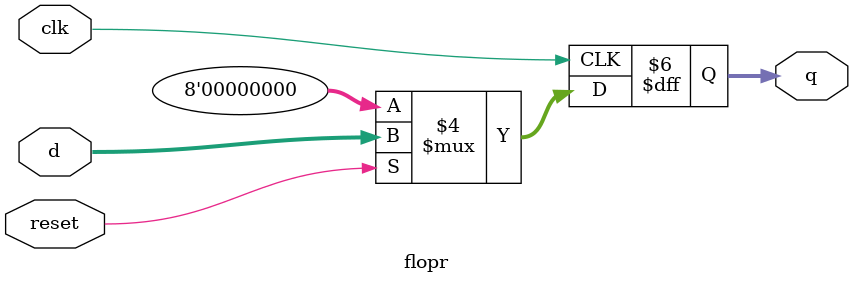
<source format=v>
module flopr #(parameter WIDTH = 8)
             (input                  clk, reset,
              input      [WIDTH-1:0] d, 
              output reg [WIDTH-1:0] q);

   always @(posedge clk)
      if   (~reset) q <= 0;
      else q <= d;
endmodule

</source>
